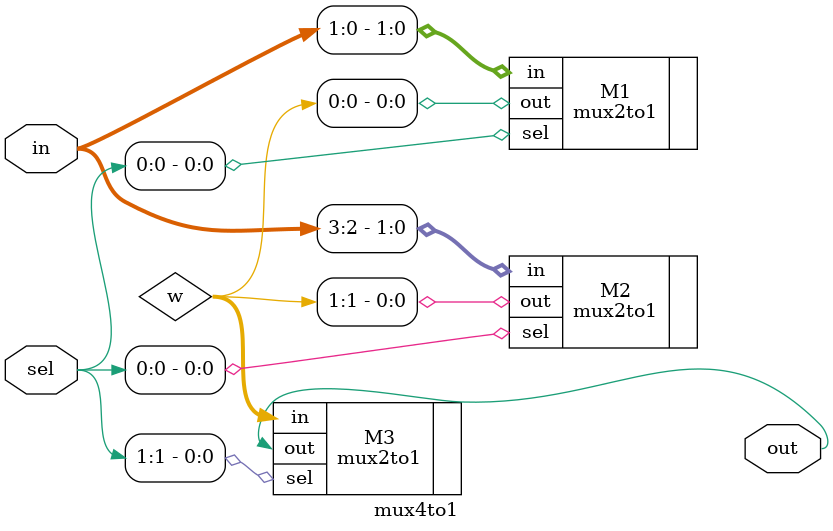
<source format=v>
module mux4to1(in,sel,out);
input [3:0] in;
input [1:0] sel;
output out;

/*simple behavioral
assign out = in[sel];*/

// structural from 3 2to1 mux
wire [1:0] w;
mux2to1 M1 (.in(in[1:0]),.sel(sel[0]),.out(w[0]));
mux2to1 M2 (.in(in[3:2]),.sel(sel[0]),.out(w[1]));
mux2to1 M3 (.in(w[1:0]),.sel(sel[1]),.out(out));
endmodule

</source>
